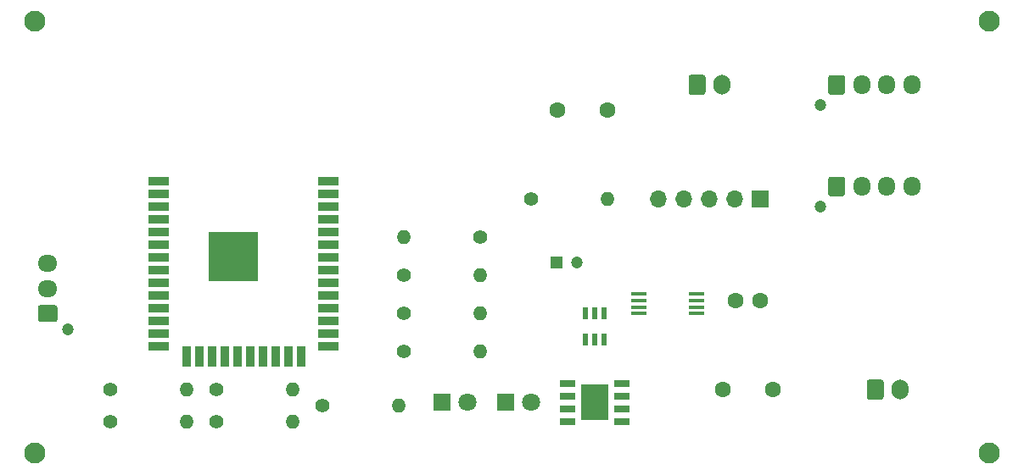
<source format=gbr>
G04 #@! TF.GenerationSoftware,KiCad,Pcbnew,(5.1.10)-1*
G04 #@! TF.CreationDate,2021-07-17T12:22:57+02:00*
G04 #@! TF.ProjectId,BCPEHUB1,42435045-4855-4423-912e-6b696361645f,rev?*
G04 #@! TF.SameCoordinates,Original*
G04 #@! TF.FileFunction,Soldermask,Top*
G04 #@! TF.FilePolarity,Negative*
%FSLAX46Y46*%
G04 Gerber Fmt 4.6, Leading zero omitted, Abs format (unit mm)*
G04 Created by KiCad (PCBNEW (5.1.10)-1) date 2021-07-17 12:22:57*
%MOMM*%
%LPD*%
G01*
G04 APERTURE LIST*
%ADD10C,1.200000*%
%ADD11O,1.700000X1.950000*%
%ADD12O,1.950000X1.700000*%
%ADD13R,2.700000X3.600000*%
%ADD14R,1.500000X0.650000*%
%ADD15C,2.100000*%
%ADD16R,2.000000X0.900000*%
%ADD17R,0.900000X2.000000*%
%ADD18R,5.000000X5.000000*%
%ADD19R,1.560000X0.400000*%
%ADD20R,0.550000X1.200000*%
%ADD21O,1.400000X1.400000*%
%ADD22C,1.400000*%
%ADD23O,1.700000X1.700000*%
%ADD24R,1.700000X1.700000*%
%ADD25O,1.700000X2.000000*%
%ADD26C,1.800000*%
%ADD27R,1.800000X1.800000*%
%ADD28C,1.600000*%
%ADD29R,1.200000X1.200000*%
G04 APERTURE END LIST*
D10*
G04 #@! TO.C,J11*
X178740000Y-95980000D03*
D11*
X187840000Y-93980000D03*
X185340000Y-93980000D03*
X182840000Y-93980000D03*
G36*
G01*
X179490000Y-94705000D02*
X179490000Y-93255000D01*
G75*
G02*
X179740000Y-93005000I250000J0D01*
G01*
X180940000Y-93005000D01*
G75*
G02*
X181190000Y-93255000I0J-250000D01*
G01*
X181190000Y-94705000D01*
G75*
G02*
X180940000Y-94955000I-250000J0D01*
G01*
X179740000Y-94955000D01*
G75*
G02*
X179490000Y-94705000I0J250000D01*
G01*
G37*
G04 #@! TD*
D10*
G04 #@! TO.C,J13*
X178740000Y-85820000D03*
D11*
X187840000Y-83820000D03*
X185340000Y-83820000D03*
X182840000Y-83820000D03*
G36*
G01*
X179490000Y-84545000D02*
X179490000Y-83095000D01*
G75*
G02*
X179740000Y-82845000I250000J0D01*
G01*
X180940000Y-82845000D01*
G75*
G02*
X181190000Y-83095000I0J-250000D01*
G01*
X181190000Y-84545000D01*
G75*
G02*
X180940000Y-84795000I-250000J0D01*
G01*
X179740000Y-84795000D01*
G75*
G02*
X179490000Y-84545000I0J250000D01*
G01*
G37*
G04 #@! TD*
D10*
G04 #@! TO.C,J20*
X103600000Y-108280000D03*
D12*
X101600000Y-101680000D03*
X101600000Y-104180000D03*
G36*
G01*
X102325000Y-107530000D02*
X100875000Y-107530000D01*
G75*
G02*
X100625000Y-107280000I0J250000D01*
G01*
X100625000Y-106080000D01*
G75*
G02*
X100875000Y-105830000I250000J0D01*
G01*
X102325000Y-105830000D01*
G75*
G02*
X102575000Y-106080000I0J-250000D01*
G01*
X102575000Y-107280000D01*
G75*
G02*
X102325000Y-107530000I-250000J0D01*
G01*
G37*
G04 #@! TD*
D13*
G04 #@! TO.C,U1*
X156210000Y-115570000D03*
D14*
X158910000Y-113665000D03*
X158910000Y-114935000D03*
X158910000Y-116205000D03*
X158910000Y-117475000D03*
X153510000Y-117475000D03*
X153510000Y-116205000D03*
X153510000Y-114935000D03*
X153510000Y-113665000D03*
G04 #@! TD*
D15*
G04 #@! TO.C,REF\u002A\u002A*
X100330000Y-77470000D03*
G04 #@! TD*
G04 #@! TO.C,REF\u002A\u002A*
X100330000Y-120650000D03*
G04 #@! TD*
G04 #@! TO.C,REF\u002A\u002A*
X195580000Y-120650000D03*
G04 #@! TD*
G04 #@! TO.C,REF\u002A\u002A*
X195580000Y-77470000D03*
G04 #@! TD*
D16*
G04 #@! TO.C,U4*
X129645199Y-93455000D03*
X129645199Y-94725000D03*
X129645199Y-95995000D03*
X129645199Y-97265000D03*
X129645199Y-98535000D03*
X129645199Y-99805000D03*
X129645199Y-101075000D03*
X129645199Y-102345000D03*
X129645199Y-103615000D03*
X129645199Y-104885000D03*
X129645199Y-106155000D03*
X129645199Y-107425000D03*
X129645199Y-108695000D03*
X129645199Y-109965000D03*
D17*
X126860199Y-110965000D03*
X125590199Y-110965000D03*
X124320199Y-110965000D03*
X123050199Y-110965000D03*
X121780199Y-110965000D03*
X120510199Y-110965000D03*
X119240199Y-110965000D03*
X117970199Y-110965000D03*
X116700199Y-110965000D03*
X115430199Y-110965000D03*
D16*
X112645199Y-109965000D03*
X112645199Y-108695000D03*
X112645199Y-107425000D03*
X112645199Y-106155000D03*
X112645199Y-104885000D03*
X112645199Y-103615000D03*
X112645199Y-102345000D03*
X112645199Y-101075000D03*
X112645199Y-99805000D03*
X112645199Y-98535000D03*
X112645199Y-97265000D03*
X112645199Y-95995000D03*
X112645199Y-94725000D03*
X112645199Y-93455000D03*
D18*
X120145199Y-100955000D03*
G04 #@! TD*
D19*
G04 #@! TO.C,U3*
X166370000Y-104730000D03*
X166370000Y-105380000D03*
X166370000Y-106030000D03*
X166370000Y-106680000D03*
X160610000Y-106680000D03*
X160610000Y-106030000D03*
X160610000Y-105380000D03*
X160610000Y-104730000D03*
G04 #@! TD*
D20*
G04 #@! TO.C,U2*
X156210000Y-106650000D03*
X155260000Y-106650000D03*
X157160000Y-106650000D03*
X157160000Y-109250000D03*
X156210000Y-109250000D03*
X155260000Y-109250000D03*
G04 #@! TD*
D21*
G04 #@! TO.C,R15*
X144780000Y-110490000D03*
D22*
X137160000Y-110490000D03*
G04 #@! TD*
D21*
G04 #@! TO.C,R9*
X157480000Y-95250000D03*
D22*
X149860000Y-95250000D03*
G04 #@! TD*
D21*
G04 #@! TO.C,R8*
X144780000Y-106680000D03*
D22*
X137160000Y-106680000D03*
G04 #@! TD*
D21*
G04 #@! TO.C,R7*
X136605199Y-115860000D03*
D22*
X128985199Y-115860000D03*
G04 #@! TD*
D21*
G04 #@! TO.C,R6*
X126035199Y-117460000D03*
D22*
X118415199Y-117460000D03*
G04 #@! TD*
D21*
G04 #@! TO.C,R5*
X126035199Y-114310000D03*
D22*
X118415199Y-114310000D03*
G04 #@! TD*
D21*
G04 #@! TO.C,R4*
X144780000Y-102870000D03*
D22*
X137160000Y-102870000D03*
G04 #@! TD*
D21*
G04 #@! TO.C,R3*
X115465199Y-114300000D03*
D22*
X107845199Y-114300000D03*
G04 #@! TD*
D21*
G04 #@! TO.C,R2*
X115465199Y-117460000D03*
D22*
X107845199Y-117460000D03*
G04 #@! TD*
D21*
G04 #@! TO.C,R1*
X137160000Y-99060000D03*
D22*
X144780000Y-99060000D03*
G04 #@! TD*
D23*
G04 #@! TO.C,J10*
X162560000Y-95250000D03*
X165100000Y-95250000D03*
X167640000Y-95250000D03*
X170180000Y-95250000D03*
D24*
X172720000Y-95250000D03*
G04 #@! TD*
D25*
G04 #@! TO.C,J4*
X168910000Y-83820000D03*
G36*
G01*
X165560000Y-84570000D02*
X165560000Y-83070000D01*
G75*
G02*
X165810000Y-82820000I250000J0D01*
G01*
X167010000Y-82820000D01*
G75*
G02*
X167260000Y-83070000I0J-250000D01*
G01*
X167260000Y-84570000D01*
G75*
G02*
X167010000Y-84820000I-250000J0D01*
G01*
X165810000Y-84820000D01*
G75*
G02*
X165560000Y-84570000I0J250000D01*
G01*
G37*
G04 #@! TD*
G04 #@! TO.C,J1*
X186690000Y-114300000D03*
G36*
G01*
X183340000Y-115050000D02*
X183340000Y-113550000D01*
G75*
G02*
X183590000Y-113300000I250000J0D01*
G01*
X184790000Y-113300000D01*
G75*
G02*
X185040000Y-113550000I0J-250000D01*
G01*
X185040000Y-115050000D01*
G75*
G02*
X184790000Y-115300000I-250000J0D01*
G01*
X183590000Y-115300000D01*
G75*
G02*
X183340000Y-115050000I0J250000D01*
G01*
G37*
G04 #@! TD*
D26*
G04 #@! TO.C,D2*
X143510000Y-115570000D03*
D27*
X140970000Y-115570000D03*
G04 #@! TD*
D26*
G04 #@! TO.C,D1*
X149860000Y-115570000D03*
D27*
X147320000Y-115570000D03*
G04 #@! TD*
D28*
G04 #@! TO.C,C4*
X157480000Y-86360000D03*
X152480000Y-86360000D03*
G04 #@! TD*
G04 #@! TO.C,C3*
X173990000Y-114300000D03*
X168990000Y-114300000D03*
G04 #@! TD*
G04 #@! TO.C,C2*
X172720000Y-105410000D03*
X170220000Y-105410000D03*
G04 #@! TD*
D10*
G04 #@! TO.C,C1*
X154400000Y-101600000D03*
D29*
X152400000Y-101600000D03*
G04 #@! TD*
M02*

</source>
